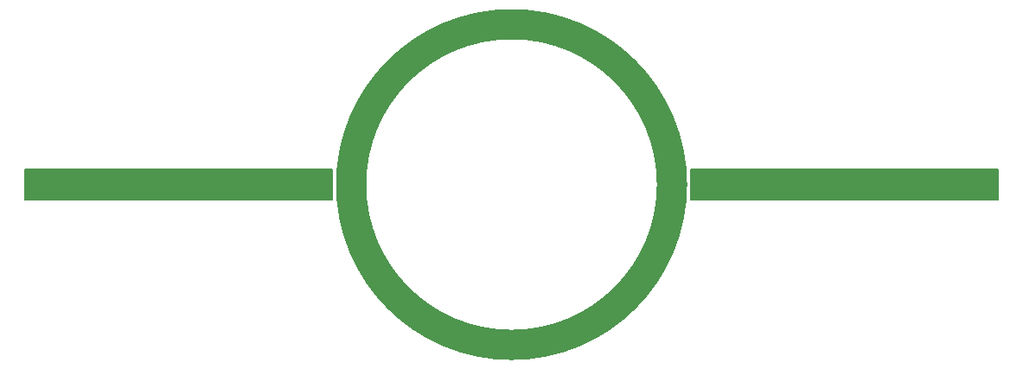
<source format=gbr>
%TF.GenerationSoftware,KiCad,Pcbnew,(6.0.4)*%
%TF.CreationDate,2025-06-12T14:40:54+01:00*%
%TF.ProjectId,Ring_Resonator_with_solder_mask,52696e67-5f52-4657-936f-6e61746f725f,rev?*%
%TF.SameCoordinates,Original*%
%TF.FileFunction,Copper,L1,Top*%
%TF.FilePolarity,Positive*%
%FSLAX46Y46*%
G04 Gerber Fmt 4.6, Leading zero omitted, Abs format (unit mm)*
G04 Created by KiCad (PCBNEW (6.0.4)) date 2025-06-12 14:40:54*
%MOMM*%
%LPD*%
G01*
G04 APERTURE LIST*
%TA.AperFunction,NonConductor*%
%ADD10C,0.200000*%
%TD*%
%TA.AperFunction,NonConductor*%
%ADD11C,3.000000*%
%TD*%
G04 APERTURE END LIST*
D10*
G36*
X-17600000Y-1500000D02*
G01*
X-47600000Y-1500000D01*
X-47600000Y1500000D01*
X-17600000Y1500000D01*
X-17600000Y-1500000D01*
G37*
X-17600000Y-1500000D02*
X-47600000Y-1500000D01*
X-47600000Y1500000D01*
X-17600000Y1500000D01*
X-17600000Y-1500000D01*
X17600000Y1500000D02*
X47600000Y1500000D01*
X47600000Y1500000D02*
X47600000Y-1500000D01*
X47600000Y-1500000D02*
X17600000Y-1500000D01*
X17600000Y-1500000D02*
X17600000Y1500000D01*
G36*
X17600000Y1500000D02*
G01*
X47600000Y1500000D01*
X47600000Y-1500000D01*
X17600000Y-1500000D01*
X17600000Y1500000D01*
G37*
D11*
X15710000Y0D02*
G75*
G03*
X15710000Y0I-15710000J0D01*
G01*
M02*

</source>
